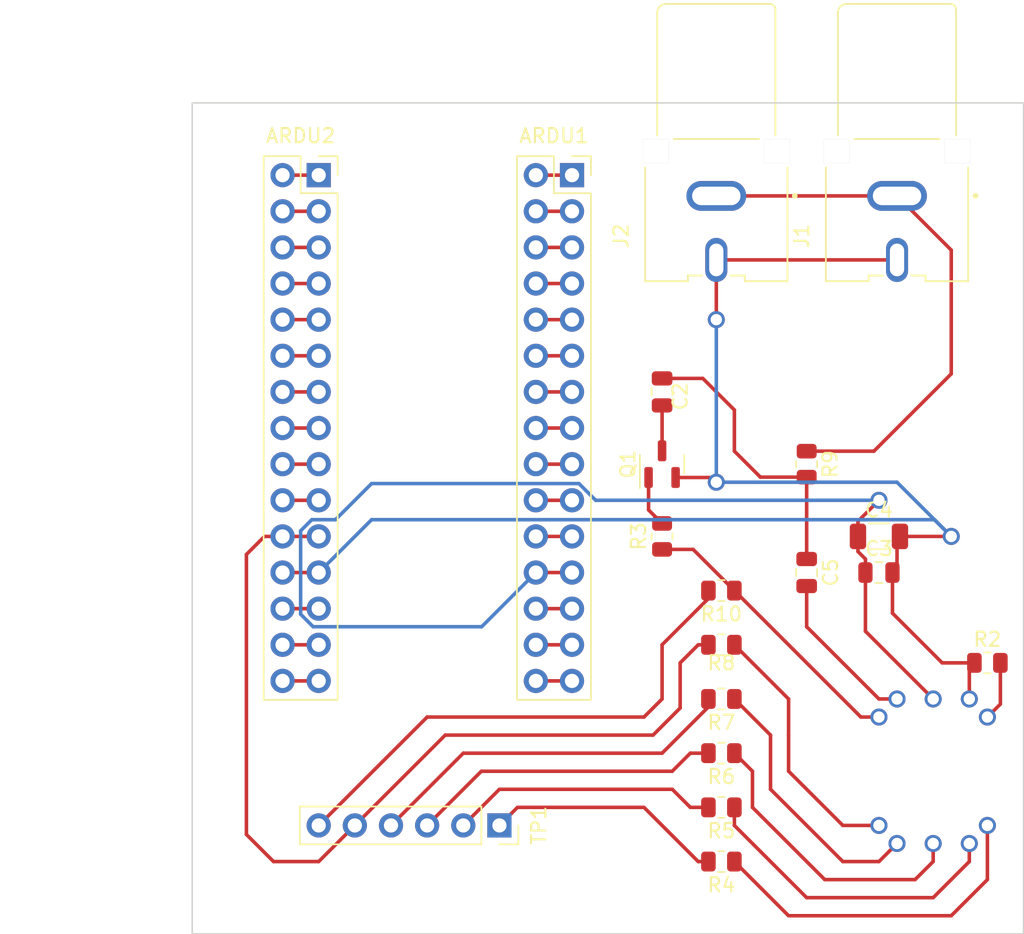
<source format=kicad_pcb>
(kicad_pcb (version 20211014) (generator pcbnew)
  (layers (0 "F.Cu" signal) (31 "B.Cu" signal) (34 "B.Paste" user) (35 "F.Paste" user) (36 "B.SilkS" user "B.Silkscreen") (37 "F.SilkS" user "F.Silkscreen") (38 "B.Mask" user) (39 "F.Mask" user) (44 "Edge.Cuts" user))
  (net 0 "")
  (net 1 "GND")
  (net 2 "Net-(C2-Pad1)")
  (net 3 "Net-(C2-Pad2)")
  (net 4 "VCC")
  (net 5 "Net-(C5-Pad2)")
  (net 6 "Net-(J1-Pad1)")
  (net 7 "Net-(Q1-Pad1)")
  (net 8 "Net-(R2-Pad2)")
  (net 9 "Net-(R10-Pad1)")
  (net 10 "Net-(R4-Pad1)")
  (net 11 "Net-(R4-Pad2)")
  (net 12 "Net-(R5-Pad1)")
  (net 13 "Net-(R5-Pad2)")
  (net 14 "Net-(R6-Pad1)")
  (net 15 "Net-(TP1-Pad3)")
  (net 16 "Net-(R7-Pad1)")
  (net 17 "Net-(TP1-Pad4)")
  (net 18 "Net-(R8-Pad1)")
  (net 19 "Net-(R10-Pad2)")
  (net 20 "Net-(ARDU1-Pad1)")
  (net 21 "Net-(ARDU1-Pad3)")
  (net 22 "Net-(ARDU1-Pad5)")
  (net 23 "Net-(ARDU1-Pad7)")
  (net 24 "Net-(ARDU1-Pad10)")
  (net 25 "Net-(ARDU1-Pad11)")
  (net 26 "Net-(ARDU1-Pad13)")
  (net 27 "Net-(ARDU1-Pad15)")
  (net 28 "Net-(ARDU1-Pad17)")
  (net 29 "Net-(ARDU1-Pad19)")
  (net 30 "Net-(ARDU1-Pad21)")
  (net 31 "Net-(ARDU1-Pad25)")
  (net 32 "Net-(ARDU1-Pad27)")
  (net 33 "Net-(ARDU1-Pad29)")
  (net 34 "Net-(ARDU2-Pad1)")
  (net 35 "Net-(ARDU2-Pad3)")
  (net 36 "Net-(ARDU2-Pad5)")
  (net 37 "Net-(ARDU2-Pad7)")
  (net 38 "Net-(ARDU2-Pad10)")
  (net 39 "Net-(ARDU2-Pad11)")
  (net 40 "Net-(ARDU2-Pad13)")
  (net 41 "Net-(ARDU2-Pad15)")
  (net 42 "Net-(ARDU2-Pad17)")
  (net 43 "Net-(ARDU2-Pad19)")
  (net 44 "Net-(ARDU2-Pad21)")
  (net 45 "Net-(ARDU2-Pad25)")
  (net 46 "Net-(ARDU2-Pad27)")
  (net 47 "Net-(ARDU2-Pad29)")
  (footprint "Connector_PinSocket_2.54mm:PinSocket_2x15_P2.54mm_Vertical" (layer "F.Cu") (at 39.37 43.18)
    (fp_text reference "ARDU2" (at -1.27 -2.77) (layer "F.SilkS"))
    (fp_text value "Conn_02x15_Odd_Even_MountingPin")
    (fp_line (start -3.87 36.89) (end 1.33 36.89) (layer "F.SilkS") (width 0.12))
    (fp_line (start -3.87 -1.33) (end -1.27 -1.33) (layer "F.SilkS") (width 0.12))
    (fp_line (start -1.27 -1.33) (end -1.27 1.27) (layer "F.SilkS") (width 0.12))
    (fp_line (start -3.87 -1.33) (end -3.87 36.89) (layer "F.SilkS") (width 0.12))
    (fp_line (start 1.33 1.27) (end 1.33 36.89) (layer "F.SilkS") (width 0.12))
    (fp_line (start 1.33 -1.33) (end 1.33 0) (layer "F.SilkS") (width 0.12))
    (fp_line (start -1.27 1.27) (end 1.33 1.27) (layer "F.SilkS") (width 0.12))
    (fp_line (start 0 -1.33) (end 1.33 -1.33) (layer "F.SilkS") (width 0.12))
    (pad "1" thru_hole rect (at 0 0) (size 1.7 1.7) (drill 1) (layers *.Cu *.Mask) (net 34 "Net-(ARDU2-Pad1)"))
    (pad "2" thru_hole oval (at -2.54 0) (size 1.7 1.7) (drill 1) (layers *.Cu *.Mask) (net 34 "Net-(ARDU2-Pad1)"))
    (pad "3" thru_hole oval (at 0 2.54) (size 1.7 1.7) (drill 1) (layers *.Cu *.Mask) (net 35 "Net-(ARDU2-Pad3)"))
    (pad "4" thru_hole oval (at -2.54 2.54) (size 1.7 1.7) (drill 1) (layers *.Cu *.Mask) (net 35 "Net-(ARDU2-Pad3)"))
    (pad "5" thru_hole oval (at 0 5.08) (size 1.7 1.7) (drill 1) (layers *.Cu *.Mask) (net 36 "Net-(ARDU2-Pad5)"))
    (pad "6" thru_hole oval (at -2.54 5.08) (size 1.7 1.7) (drill 1) (layers *.Cu *.Mask) (net 36 "Net-(ARDU2-Pad5)"))
    (pad "7" thru_hole oval (at 0 7.62) (size 1.7 1.7) (drill 1) (layers *.Cu *.Mask) (net 37 "Net-(ARDU2-Pad7)"))
    (pad "8" thru_hole oval (at -2.54 7.62) (size 1.7 1.7) (drill 1) (layers *.Cu *.Mask) (net 37 "Net-(ARDU2-Pad7)"))
    (pad "9" thru_hole oval (at 0 10.16) (size 1.7 1.7) (drill 1) (layers *.Cu *.Mask) (net 38 "Net-(ARDU2-Pad10)"))
    (pad "10" thru_hole oval (at -2.54 10.16) (size 1.7 1.7) (drill 1) (layers *.Cu *.Mask) (net 38 "Net-(ARDU2-Pad10)"))
    (pad "11" thru_hole oval (at 0 12.7) (size 1.7 1.7) (drill 1) (layers *.Cu *.Mask) (net 39 "Net-(ARDU2-Pad11)"))
    (pad "12" thru_hole oval (at -2.54 12.7) (size 1.7 1.7) (drill 1) (layers *.Cu *.Mask) (net 39 "Net-(ARDU2-Pad11)"))
    (pad "13" thru_hole oval (at 0 15.24) (size 1.7 1.7) (drill 1) (layers *.Cu *.Mask) (net 40 "Net-(ARDU2-Pad13)"))
    (pad "14" thru_hole oval (at -2.54 15.24) (size 1.7 1.7) (drill 1) (layers *.Cu *.Mask) (net 40 "Net-(ARDU2-Pad13)"))
    (pad "15" thru_hole oval (at 0 17.78) (size 1.7 1.7) (drill 1) (layers *.Cu *.Mask) (net 41 "Net-(ARDU2-Pad15)"))
    (pad "16" thru_hole oval (at -2.54 17.78) (size 1.7 1.7) (drill 1) (layers *.Cu *.Mask) (net 41 "Net-(ARDU2-Pad15)"))
    (pad "17" thru_hole oval (at 0 20.32) (size 1.7 1.7) (drill 1) (layers *.Cu *.Mask) (net 42 "Net-(ARDU2-Pad17)"))
    (pad "18" thru_hole oval (at -2.54 20.32) (size 1.7 1.7) (drill 1) (layers *.Cu *.Mask) (net 42 "Net-(ARDU2-Pad17)"))
    (pad "19" thru_hole oval (at 0 22.86) (size 1.7 1.7) (drill 1) (layers *.Cu *.Mask) (net 43 "Net-(ARDU2-Pad19)"))
    (pad "20" thru_hole oval (at -2.54 22.86) (size 1.7 1.7) (drill 1) (layers *.Cu *.Mask) (net 43 "Net-(ARDU2-Pad19)"))
    (pad "21" thru_hole oval (at 0 25.4) (size 1.7 1.7) (drill 1) (layers *.Cu *.Mask) (net 44 "Net-(ARDU2-Pad21)"))
    (pad "22" thru_hole oval (at -2.54 25.4) (size 1.7 1.7) (drill 1) (layers *.Cu *.Mask) (net 44 "Net-(ARDU2-Pad21)"))
    (pad "23" thru_hole oval (at 0 27.94) (size 1.7 1.7) (drill 1) (layers *.Cu *.Mask) (net 1 "GND"))
    (pad "24" thru_hole oval (at -2.54 27.94) (size 1.7 1.7) (drill 1) (layers *.Cu *.Mask) (net 1 "GND"))
    (pad "25" thru_hole oval (at 0 30.48) (size 1.7 1.7) (drill 1) (layers *.Cu *.Mask) (net 45 "Net-(ARDU2-Pad25)"))
    (pad "26" thru_hole oval (at -2.54 30.48) (size 1.7 1.7) (drill 1) (layers *.Cu *.Mask) (net 45 "Net-(ARDU2-Pad25)"))
    (pad "27" thru_hole oval (at 0 33.02) (size 1.7 1.7) (drill 1) (layers *.Cu *.Mask) (net 46 "Net-(ARDU2-Pad27)"))
    (pad "28" thru_hole oval (at -2.54 33.02) (size 1.7 1.7) (drill 1) (layers *.Cu *.Mask) (net 46 "Net-(ARDU2-Pad27)"))
    (pad "29" thru_hole oval (at 0 35.56) (size 1.7 1.7) (drill 1) (layers *.Cu *.Mask) (net 47 "Net-(ARDU2-Pad29)"))
    (pad "30" thru_hole oval (at -2.54 35.56) (size 1.7 1.7) (drill 1) (layers *.Cu *.Mask) (net 47 "Net-(ARDU2-Pad29)"))
  )
  (footprint "Resistor_SMD:R_0805_2012Metric" (layer "F.Cu") (at 67.6675 87.63 180)
    (fp_text reference "R5" (at 0 -1.65) (layer "F.SilkS"))
    (fp_text value "100")
    (fp_line (start -0.227064 0.735) (end 0.227064 0.735) (layer "F.SilkS") (width 0.12))
    (fp_line (start -0.227064 -0.735) (end 0.227064 -0.735) (layer "F.SilkS") (width 0.12))
    (pad "1" smd roundrect (at -0.9125 0 180) (size 1.025 1.4) (layers "F.Cu" "F.Paste" "F.Mask") (roundrect_rratio 0.243902) (net 12 "Net-(R5-Pad1)"))
    (pad "2" smd roundrect (at 0.9125 0 180) (size 1.025 1.4) (layers "F.Cu" "F.Paste" "F.Mask") (roundrect_rratio 0.243902) (net 13 "Net-(R5-Pad2)"))
  )
  (footprint "Package_TO_SOT_SMD:SOT-23" (layer "F.Cu") (at 63.5 63.5 90)
    (fp_text reference "Q1" (at 0 -2.4 90) (layer "F.SilkS"))
    (fp_text value "MMBT3904")
    (fp_line (start 0 -1.56) (end 0.65 -1.56) (layer "F.SilkS") (width 0.12))
    (fp_line (start 0 1.56) (end 0.65 1.56) (layer "F.SilkS") (width 0.12))
    (fp_line (start 0 -1.56) (end -1.675 -1.56) (layer "F.SilkS") (width 0.12))
    (fp_line (start 0 1.56) (end -0.65 1.56) (layer "F.SilkS") (width 0.12))
    (pad "1" smd roundrect (at -0.9375 -0.95 90) (size 1.475 0.6) (layers "F.Cu" "F.Paste" "F.Mask") (net 7 "Net-(Q1-Pad1)"))
    (pad "2" smd roundrect (at -0.9375 0.95 90) (size 1.475 0.6) (layers "F.Cu" "F.Paste" "F.Mask") (net 1 "GND"))
    (pad "3" smd roundrect (at 0.9375 0 90) (size 1.475 0.6) (layers "F.Cu" "F.Paste" "F.Mask") (net 3 "Net-(C2-Pad2)"))
  )
  (footprint "RCJ-041:CUI_RCJ-041" (layer "F.Cu") (at 80.01 40.64 90)
    (fp_text reference "J1" (at -6.81755 -6.68944 90) (layer "F.SilkS") (effects (font (size 1.008205 1.008205))))
    (fp_text value "Conn_Coaxial")
    (fp_line (start 9.11 4.15) (end 0.25 4.15) (layer "F.SilkS") (width 0.127))
    (fp_line (start -9.6 -2) (end -10 -2) (layer "F.SilkS") (width 0.127))
    (fp_line (start -10 5) (end -2 5) (layer "F.SilkS") (width 0.127))
    (fp_line (start 0.25 -4.15) (end 8.89 -4.15) (layer "F.SilkS") (width 0.127))
    (fp_line (start 9.5 -3.54) (end 9.5 3.76) (layer "F.SilkS") (width 0.127))
    (fp_line (start -9.6 2) (end -9.6 1) (layer "F.SilkS") (width 0.127))
    (fp_line (start -10 -2) (end -10 -5) (layer "F.SilkS") (width 0.127))
    (fp_line (start -9.6 -1) (end -9.6 -2) (layer "F.SilkS") (width 0.127))
    (fp_line (start -10 -5) (end -2 -5) (layer "F.SilkS") (width 0.127))
    (fp_line (start -10 5) (end -10 2) (layer "F.SilkS") (width 0.127))
    (fp_line (start 0 3) (end 0 -3) (layer "F.SilkS") (width 0.127))
    (fp_line (start -10 2) (end -9.6 2) (layer "F.SilkS") (width 0.127))
    (fp_arc (start 8.89 -4.15) (mid 9.321335 -3.971335) (end 9.5 -3.54) (layer "F.SilkS") (width 0.127))
    (fp_arc (start 9.5 3.76) (mid 9.385772 4.035772) (end 9.11 4.15) (layer "F.SilkS") (width 0.127))
    (fp_circle (center -3.99 5.513) (end -3.89 5.513) (layer "F.SilkS") (width 0.2) (fill none))
    (fp_line (start -1.7 3.35) (end -1.7 5.15) (layer "Edge.Cuts") (width 0.01))
    (fp_line (start -1.7 -5.15) (end -1.7 -3.35) (layer "Edge.Cuts") (width 0.01))
    (fp_line (start 0 5.15) (end 0 3.35) (layer "Edge.Cuts") (width 0.01))
    (fp_line (start 0 3.35) (end -1.7 3.35) (layer "Edge.Cuts") (width 0.01))
    (fp_line (start -1.7 -3.35) (end 0 -3.35) (layer "Edge.Cuts") (width 0.01))
    (fp_line (start -1.7 5.15) (end 0 5.15) (layer "Edge.Cuts") (width 0.01))
    (fp_line (start 0 -3.35) (end 0 -5.15) (layer "Edge.Cuts") (width 0.01))
    (fp_line (start 0 -5.15) (end -1.7 -5.15) (layer "Edge.Cuts") (width 0.01))
    (pad "1" thru_hole oval locked (at -4 0 90) (size 2.1 4.2) (drill oval 1.3 3.4) (layers *.Cu *.Mask) (net 6 "Net-(J1-Pad1)"))
    (pad "2" thru_hole oval locked (at -8.5 0 90) (size 3.1 1.55) (drill oval 2.3 1) (layers *.Cu *.Mask) (net 1 "GND"))
  )
  (footprint "Capacitor_SMD:C_0805_2012Metric" (layer "F.Cu") (at 73.66 71.12 -90)
    (fp_text reference "C5" (at 0 -1.68 -270) (layer "F.SilkS"))
    (fp_text value "0.1µF")
    (fp_line (start -0.261252 -0.735) (end 0.261252 -0.735) (layer "F.SilkS") (width 0.12))
    (fp_line (start -0.261252 0.735) (end 0.261252 0.735) (layer "F.SilkS") (width 0.12))
    (pad "1" smd roundrect (at -0.95 0 270) (size 1 1.45) (layers "F.Cu" "F.Paste" "F.Mask") (net 2 "Net-(C2-Pad1)"))
    (pad "2" smd roundrect (at 0.95 0 270) (size 1 1.45) (layers "F.Cu" "F.Paste" "F.Mask") (net 5 "Net-(C5-Pad2)"))
  )
  (footprint "Resistor_SMD:R_0805_2012Metric" (layer "F.Cu") (at 86.36 77.47)
    (fp_text reference "R2" (at 0 -1.65) (layer "F.SilkS"))
    (fp_text value "10k")
    (fp_line (start -0.227064 -0.735) (end 0.227064 -0.735) (layer "F.SilkS") (width 0.12))
    (fp_line (start -0.227064 0.735) (end 0.227064 0.735) (layer "F.SilkS") (width 0.12))
    (pad "1" smd roundrect (at -0.9125 0) (size 1.025 1.4) (layers "F.Cu" "F.Paste" "F.Mask") (roundrect_rratio 0.243902) (net 1 "GND"))
    (pad "2" smd roundrect (at 0.9125 0) (size 1.025 1.4) (layers "F.Cu" "F.Paste" "F.Mask") (roundrect_rratio 0.243902) (net 8 "Net-(R2-Pad2)"))
  )
  (footprint "Resistor_SMD:R_0805_2012Metric" (layer "F.Cu") (at 67.6675 80.01 180)
    (fp_text reference "R7" (at 0 -1.65) (layer "F.SilkS"))
    (fp_text value "100")
    (fp_line (start -0.227064 0.735) (end 0.227064 0.735) (layer "F.SilkS") (width 0.12))
    (fp_line (start -0.227064 -0.735) (end 0.227064 -0.735) (layer "F.SilkS") (width 0.12))
    (pad "1" smd roundrect (at -0.9125 0 180) (size 1.025 1.4) (layers "F.Cu" "F.Paste" "F.Mask") (roundrect_rratio 0.243902) (net 16 "Net-(R7-Pad1)"))
    (pad "2" smd roundrect (at 0.9125 0 180) (size 1.025 1.4) (layers "F.Cu" "F.Paste" "F.Mask") (roundrect_rratio 0.243902) (net 17 "Net-(TP1-Pad4)"))
  )
  (footprint "Capacitor_SMD:C_1206_3216Metric" (layer "F.Cu") (at 78.74 68.58)
    (fp_text reference "C4" (at 0 -1.85) (layer "F.SilkS"))
    (fp_text value "10µ")
    (fp_line (start -0.711252 -0.91) (end 0.711252 -0.91) (layer "F.SilkS") (width 0.12))
    (fp_line (start -0.711252 0.91) (end 0.711252 0.91) (layer "F.SilkS") (width 0.12))
    (pad "1" smd roundrect (at -1.475 0) (size 1.15 1.8) (layers "F.Cu" "F.Paste" "F.Mask") (roundrect_rratio 0.217391) (net 4 "VCC"))
    (pad "2" smd roundrect (at 1.475 0) (size 1.15 1.8) (layers "F.Cu" "F.Paste" "F.Mask") (roundrect_rratio 0.217391) (net 1 "GND"))
  )
  (footprint "Resistor_SMD:R_0805_2012Metric" (layer "F.Cu") (at 67.6675 76.2 180)
    (fp_text reference "R8" (at 0 -1.27) (layer "F.SilkS"))
    (fp_text value "100")
    (fp_line (start -0.227064 -0.735) (end 0.227064 -0.735) (layer "F.SilkS") (width 0.12))
    (fp_line (start -0.227064 0.735) (end 0.227064 0.735) (layer "F.SilkS") (width 0.12))
    (pad "1" smd roundrect (at -0.9125 0 180) (size 1.025 1.4) (layers "F.Cu" "F.Paste" "F.Mask") (roundrect_rratio 0.243902) (net 18 "Net-(R8-Pad1)"))
    (pad "2" smd roundrect (at 0.9125 0 180) (size 1.025 1.4) (layers "F.Cu" "F.Paste" "F.Mask") (roundrect_rratio 0.243902) (net 44 "Net-(ARDU2-Pad21)"))
  )
  (footprint "Resistor_SMD:R_0805_2012Metric" (layer "F.Cu") (at 63.5 68.58 90)
    (fp_text reference "R3" (at 0 -1.65 90) (layer "F.SilkS"))
    (fp_text value "10k")
    (fp_line (start -0.227064 -0.735) (end 0.227064 -0.735) (layer "F.SilkS") (width 0.12))
    (fp_line (start -0.227064 0.735) (end 0.227064 0.735) (layer "F.SilkS") (width 0.12))
    (pad "1" smd roundrect (at -0.9125 0 90) (size 1.025 1.4) (layers "F.Cu" "F.Paste" "F.Mask") (roundrect_rratio 0.243902) (net 9 "Net-(R10-Pad1)"))
    (pad "2" smd roundrect (at 0.9125 0 90) (size 1.025 1.4) (layers "F.Cu" "F.Paste" "F.Mask") (roundrect_rratio 0.243902) (net 7 "Net-(Q1-Pad1)"))
  )
  (footprint "Capacitor_SMD:C_0805_2012Metric" (layer "F.Cu") (at 63.5 58.42 -90)
    (fp_text reference "C2" (at 0.32 -1.27 90) (layer "F.SilkS"))
    (fp_text value "560pF")
    (fp_line (start -0.261252 -0.735) (end 0.261252 -0.735) (layer "F.SilkS") (width 0.12))
    (fp_line (start -0.261252 0.735) (end 0.261252 0.735) (layer "F.SilkS") (width 0.12))
    (pad "1" smd roundrect (at -0.95 0 270) (size 1 1.45) (layers "F.Cu" "F.Paste" "F.Mask") (net 2 "Net-(C2-Pad1)"))
    (pad "2" smd roundrect (at 0.95 0 270) (size 1 1.45) (layers "F.Cu" "F.Paste" "F.Mask") (net 3 "Net-(C2-Pad2)"))
  )
  (footprint "Resistor_SMD:R_0805_2012Metric" (layer "F.Cu") (at 67.6675 91.44 180)
    (fp_text reference "R4" (at 0 -1.65) (layer "F.SilkS"))
    (fp_text value "100")
    (fp_line (start -0.227064 0.735) (end 0.227064 0.735) (layer "F.SilkS") (width 0.12))
    (fp_line (start -0.227064 -0.735) (end 0.227064 -0.735) (layer "F.SilkS") (width 0.12))
    (pad "1" smd roundrect (at -0.9125 0 180) (size 1.025 1.4) (layers "F.Cu" "F.Paste" "F.Mask") (roundrect_rratio 0.243902) (net 10 "Net-(R4-Pad1)"))
    (pad "2" smd roundrect (at 0.9125 0 180) (size 1.025 1.4) (layers "F.Cu" "F.Paste" "F.Mask") (roundrect_rratio 0.243902) (net 11 "Net-(R4-Pad2)"))
  )
  (footprint "Resistor_SMD:R_0805_2012Metric" (layer "F.Cu") (at 67.6675 72.39 180)
    (fp_text reference "R10" (at 0 -1.65) (layer "F.SilkS"))
    (fp_text value "100")
    (fp_line (start -0.227064 -0.735) (end 0.227064 -0.735) (layer "F.SilkS") (width 0.12))
    (fp_line (start -0.227064 0.735) (end 0.227064 0.735) (layer "F.SilkS") (width 0.12))
    (pad "1" smd roundrect (at -0.9125 0 180) (size 1.025 1.4) (layers "F.Cu" "F.Paste" "F.Mask") (roundrect_rratio 0.243902) (net 9 "Net-(R10-Pad1)"))
    (pad "2" smd roundrect (at 0.9125 0 180) (size 1.025 1.4) (layers "F.Cu" "F.Paste" "F.Mask") (roundrect_rratio 0.243902) (net 19 "Net-(R10-Pad2)"))
  )
  (footprint "Resistor_SMD:R_0805_2012Metric" (layer "F.Cu") (at 67.6675 83.82 180)
    (fp_text reference "R6" (at 0 -1.65) (layer "F.SilkS"))
    (fp_text value "100")
    (fp_line (start -0.227064 -0.735) (end 0.227064 -0.735) (layer "F.SilkS") (width 0.12))
    (fp_line (start -0.227064 0.735) (end 0.227064 0.735) (layer "F.SilkS") (width 0.12))
    (pad "1" smd roundrect (at -0.9125 0 180) (size 1.025 1.4) (layers "F.Cu" "F.Paste" "F.Mask") (roundrect_rratio 0.243902) (net 14 "Net-(R6-Pad1)"))
    (pad "2" smd roundrect (at 0.9125 0 180) (size 1.025 1.4) (layers "F.Cu" "F.Paste" "F.Mask") (roundrect_rratio 0.243902) (net 15 "Net-(TP1-Pad3)"))
  )
  (footprint "Connector_PinSocket_2.54mm:PinSocket_1x06_P2.54mm_Vertical" (layer "F.Cu") (at 52.07 88.9 -90)
    (fp_text reference "TP1" (at 0 -2.77 90) (layer "F.SilkS"))
    (fp_text value "Conn_01x06_MountingPin")
    (fp_line (start 1.33 -1.33) (end 1.33 0) (layer "F.SilkS") (width 0.12))
    (fp_line (start -1.33 14.03) (end 1.33 14.03) (layer "F.SilkS") (width 0.12))
    (fp_line (start -1.33 1.27) (end 1.33 1.27) (layer "F.SilkS") (width 0.12))
    (fp_line (start 1.33 1.27) (end 1.33 14.03) (layer "F.SilkS") (width 0.12))
    (fp_line (start 0 -1.33) (end 1.33 -1.33) (layer "F.SilkS") (width 0.12))
    (fp_line (start -1.33 1.27) (end -1.33 14.03) (layer "F.SilkS") (width 0.12))
    (pad "1" thru_hole rect (at 0 0 270) (size 1.7 1.7) (drill 1) (layers *.Cu *.Mask) (net 11 "Net-(R4-Pad2)"))
    (pad "2" thru_hole oval (at 0 2.54 270) (size 1.7 1.7) (drill 1) (layers *.Cu *.Mask) (net 13 "Net-(R5-Pad2)"))
    (pad "3" thru_hole oval (at 0 5.08 270) (size 1.7 1.7) (drill 1) (layers *.Cu *.Mask) (net 15 "Net-(TP1-Pad3)"))
    (pad "4" thru_hole oval (at 0 7.62 270) (size 1.7 1.7) (drill 1) (layers *.Cu *.Mask) (net 17 "Net-(TP1-Pad4)"))
    (pad "5" thru_hole oval (at 0 10.16 270) (size 1.7 1.7) (drill 1) (layers *.Cu *.Mask) (net 44 "Net-(ARDU2-Pad21)"))
    (pad "6" thru_hole oval (at 0 12.7 270) (size 1.7 1.7) (drill 1) (layers *.Cu *.Mask) (net 19 "Net-(R10-Pad2)"))
  )
  (footprint "Capacitor_SMD:C_0805_2012Metric" (layer "F.Cu") (at 78.74 71.12)
    (fp_text reference "C3" (at 0 -1.68) (layer "F.SilkS"))
    (fp_text value "0.1µF")
    (fp_line (start -0.261252 -0.735) (end 0.261252 -0.735) (layer "F.SilkS") (width 0.12))
    (fp_line (start -0.261252 0.735) (end 0.261252 0.735) (layer "F.SilkS") (width 0.12))
    (pad "1" smd roundrect (at -0.95 0) (size 1 1.45) (layers "F.Cu" "F.Paste" "F.Mask") (net 4 "VCC"))
    (pad "2" smd roundrect (at 0.95 0) (size 1 1.45) (layers "F.Cu" "F.Paste" "F.Mask") (net 1 "GND"))
  )
  (footprint "RCJ-041:CUI_RCJ-041" (layer "F.Cu") (at 67.31 40.64 90)
    (fp_text reference "J2" (at -6.81755 -6.68944 90) (layer "F.SilkS") (effects (font (size 1.008205 1.008205))))
    (fp_text value "Conn_Coaxial")
    (fp_line (start 9.11 4.15) (end 0.25 4.15) (layer "F.SilkS") (width 0.127))
    (fp_line (start -10 5) (end -10 2) (layer "F.SilkS") (width 0.127))
    (fp_line (start -9.6 -2) (end -10 -2) (layer "F.SilkS") (width 0.127))
    (fp_line (start 0.25 -4.15) (end 8.89 -4.15) (layer "F.SilkS") (width 0.127))
    (fp_line (start -10 -2) (end -10 -5) (layer "F.SilkS") (width 0.127))
    (fp_line (start 9.5 -3.54) (end 9.5 3.76) (layer "F.SilkS") (width 0.127))
    (fp_line (start -9.6 -1) (end -9.6 -2) (layer "F.SilkS") (width 0.127))
    (fp_line (start -10 -5) (end -2 -5) (layer "F.SilkS") (width 0.127))
    (fp_line (start -10 2) (end -9.6 2) (layer "F.SilkS") (width 0.127))
    (fp_line (start -10 5) (end -2 5) (layer "F.SilkS") (width 0.127))
    (fp_line (start -9.6 2) (end -9.6 1) (layer "F.SilkS") (width 0.127))
    (fp_line (start 0 3) (end 0 -3) (layer "F.SilkS") (width 0.127))
    (fp_arc (start 8.89 -4.15) (mid 9.321335 -3.971335) (end 9.5 -3.54) (layer "F.SilkS") (width 0.127))
    (fp_arc (start 9.5 3.76) (mid 9.385772 4.035772) (end 9.11 4.15) (layer "F.SilkS") (width 0.127))
    (fp_circle (center -3.99 5.513) (end -3.89 5.513) (layer "F.SilkS") (width 0.2) (fill none))
    (fp_line (start 0 -5.15) (end -1.7 -5.15) (layer "Edge.Cuts") (width 0.01))
    (fp_line (start 0 -3.35) (end 0 -5.15) (layer "Edge.Cuts") (width 0.01))
    (fp_line (start -1.7 5.15) (end 0 5.15) (layer "Edge.Cuts") (width 0.01))
    (fp_line (start -1.7 -5.15) (end -1.7 -3.35) (layer "Edge.Cuts") (width 0.01))
    (fp_line (start 0 3.35) (end -1.7 3.35) (layer "Edge.Cuts") (width 0.01))
    (fp_line (start -1.7 3.35) (end -1.7 5.15) (layer "Edge.Cuts") (width 0.01))
    (fp_line (start 0 5.15) (end 0 3.35) (layer "Edge.Cuts") (width 0.01))
    (fp_line (start -1.7 -3.35) (end 0 -3.35) (layer "Edge.Cuts") (width 0.01))
    (pad "1" thru_hole oval locked (at -4 0 90) (size 2.1 4.2) (drill oval 1.3 3.4) (layers *.Cu *.Mask) (net 6 "Net-(J1-Pad1)"))
    (pad "2" thru_hole oval locked (at -8.5 0 90) (size 3.1 1.55) (drill oval 2.3 1) (layers *.Cu *.Mask) (net 1 "GND"))
  )
  (footprint "Resistor_SMD:R_0805_2012Metric" (layer "F.Cu") (at 73.66 63.5 -90)
    (fp_text reference "R9" (at 0 -1.65 90) (layer "F.SilkS"))
    (fp_text value "100")
    (fp_line (start -0.227064 -0.735) (end 0.227064 -0.735) (layer "F.SilkS") (width 0.12))
    (fp_line (start -0.227064 0.735) (end 0.227064 0.735) (layer "F.SilkS") (width 0.12))
    (pad "1" smd roundrect (at -0.9125 0 270) (size 1.025 1.4) (layers "F.Cu" "F.Paste" "F.Mask") (roundrect_rratio 0.243902) (net 6 "Net-(J1-Pad1)"))
    (pad "2" smd roundrect (at 0.9125 0 270) (size 1.025 1.4) (layers "F.Cu" "F.Paste" "F.Mask") (roundrect_rratio 0.243902) (net 2 "Net-(C2-Pad1)"))
  )
  (footprint "Connector_PinSocket_2.54mm:PinSocket_2x15_P2.54mm_Vertical" (layer "F.Cu") (at 57.17 43.18)
    (fp_text reference "ARDU1" (at -1.27 -2.77) (layer "F.SilkS"))
    (fp_text value "Conn_02x15_Odd_Even_MountingPin")
    (fp_line (start -3.87 -1.33) (end -1.27 -1.33) (layer "F.SilkS") (width 0.12))
    (fp_line (start -1.27 1.27) (end 1.33 1.27) (layer "F.SilkS") (width 0.12))
    (fp_line (start -3.87 36.89) (end 1.33 36.89) (layer "F.SilkS") (width 0.12))
    (fp_line (start 0 -1.33) (end 1.33 -1.33) (layer "F.SilkS") (width 0.12))
    (fp_line (start 1.33 -1.33) (end 1.33 0) (layer "F.SilkS") (width 0.12))
    (fp_line (start 1.33 1.27) (end 1.33 36.89) (layer "F.SilkS") (width 0.12))
    (fp_line (start -1.27 -1.33) (end -1.27 1.27) (layer "F.SilkS") (width 0.12))
    (fp_line (start -3.87 -1.33) (end -3.87 36.89) (layer "F.SilkS") (width 0.12))
    (pad "1" thru_hole rect (at 0 0) (size 1.7 1.7) (drill 1) (layers *.Cu *.Mask) (net 20 "Net-(ARDU1-Pad1)"))
    (pad "2" thru_hole oval (at -2.54 0) (size 1.7 1.7) (drill 1) (layers *.Cu *.Mask) (net 20 "Net-(ARDU1-Pad1)"))
    (pad "3" thru_hole oval (at 0 2.54) (size 1.7 1.7) (drill 1) (layers *.Cu *.Mask) (net 21 "Net-(ARDU1-Pad3)"))
    (pad "4" thru_hole oval (at -2.54 2.54) (size 1.7 1.7) (drill 1) (layers *.Cu *.Mask) (net 21 "Net-(ARDU1-Pad3)"))
    (pad "5" thru_hole oval (at 0 5.08) (size 1.7 1.7) (drill 1) (layers *.Cu *.Mask) (net 22 "Net-(ARDU1-Pad5)"))
    (pad "6" thru_hole oval (at -2.54 5.08) (size 1.7 1.7) (drill 1) (layers *.Cu *.Mask) (net 22 "Net-(ARDU1-Pad5)"))
    (pad "7" thru_hole oval (at 0 7.62) (size 1.7 1.7) (drill 1) (layers *.Cu *.Mask) (net 23 "Net-(ARDU1-Pad7)"))
    (pad "8" thru_hole oval (at -2.54 7.62) (size 1.7 1.7) (drill 1) (layers *.Cu *.Mask) (net 23 "Net-(ARDU1-Pad7)"))
    (pad "9" thru_hole oval (at 0 10.16) (size 1.7 1.7) (drill 1) (layers *.Cu *.Mask) (net 24 "Net-(ARDU1-Pad10)"))
    (pad "10" thru_hole oval (at -2.54 10.16) (size 1.7 1.7) (drill 1) (layers *.Cu *.Mask) (net 24 "Net-(ARDU1-Pad10)"))
    (pad "11" thru_hole oval (at 0 12.7) (size 1.7 1.7) (drill 1) (layers *.Cu *.Mask) (net 25 "Net-(ARDU1-Pad11)"))
    (pad "12" thru_hole oval (at -2.54 12.7) (size 1.7 1.7) (drill 1) (layers *.Cu *.Mask) (net 25 "Net-(ARDU1-Pad11)"))
    (pad "13" thru_hole oval (at 0 15.24) (size 1.7 1.7) (drill 1) (layers *.Cu *.Mask) (net 26 "Net-(ARDU1-Pad13)"))
    (pad "14" thru_hole oval (at -2.54 15.24) (size 1.7 1.7) (drill 1) (layers *.Cu *.Mask) (net 26 "Net-(ARDU1-Pad13)"))
    (pad "15" thru_hole oval (at 0 17.78) (size 1.7 1.7) (drill 1) (layers *.Cu *.Mask) (net 27 "Net-(ARDU1-Pad15)"))
    (pad "16" thru_hole oval (at -2.54 17.78) (size 1.7 1.7) (drill 1) (layers *.Cu *.Mask) (net 27 "Net-(ARDU1-Pad15)"))
    (pad "17" thru_hole oval (at 0 20.32) (size 1.7 1.7) (drill 1) (layers *.Cu *.Mask) (net 28 "Net-(ARDU1-Pad17)"))
    (pad "18" thru_hole oval (at -2.54 20.32) (size 1.7 1.7) (drill 1) (layers *.Cu *.Mask) (net 28 "Net-(ARDU1-Pad17)"))
    (pad "19" thru_hole oval (at 0 22.86) (size 1.7 1.7) (drill 1) (layers *.Cu *.Mask) (net 29 "Net-(ARDU1-Pad19)"))
    (pad "20" thru_hole oval (at -2.54 22.86) (size 1.7 1.7) (drill 1) (layers *.Cu *.Mask) (net 29 "Net-(ARDU1-Pad19)"))
    (pad "21" thru_hole oval (at 0 25.4) (size 1.7 1.7) (drill 1) (layers *.Cu *.Mask) (net 30 "Net-(ARDU1-Pad21)"))
    (pad "22" thru_hole oval (at -2.54 25.4) (size 1.7 1.7) (drill 1) (layers *.Cu *.Mask) (net 30 "Net-(ARDU1-Pad21)"))
    (pad "23" thru_hole oval (at 0 27.94) (size 1.7 1.7) (drill 1) (layers *.Cu *.Mask) (net 4 "VCC"))
    (pad "24" thru_hole oval (at -2.54 27.94) (size 1.7 1.7) (drill 1) (layers *.Cu *.Mask) (net 4 "VCC"))
    (pad "25" thru_hole oval (at 0 30.48) (size 1.7 1.7) (drill 1) (layers *.Cu *.Mask) (net 31 "Net-(ARDU1-Pad25)"))
    (pad "26" thru_hole oval (at -2.54 30.48) (size 1.7 1.7) (drill 1) (layers *.Cu *.Mask) (net 31 "Net-(ARDU1-Pad25)"))
    (pad "27" thru_hole oval (at 0 33.02) (size 1.7 1.7) (drill 1) (layers *.Cu *.Mask) (net 32 "Net-(ARDU1-Pad27)"))
    (pad "28" thru_hole oval (at -2.54 33.02) (size 1.7 1.7) (drill 1) (layers *.Cu *.Mask) (net 32 "Net-(ARDU1-Pad27)"))
    (pad "29" thru_hole oval (at 0 35.56) (size 1.7 1.7) (drill 1) (layers *.Cu *.Mask) (net 33 "Net-(ARDU1-Pad29)"))
    (pad "30" thru_hole oval (at -2.54 35.56) (size 1.7 1.7) (drill 1) (layers *.Cu *.Mask) (net 33 "Net-(ARDU1-Pad29)"))
  )
  (gr_rect (start 88.9 38.1) (end 30.48 96.52) (layer "Edge.Cuts") (width 0.1) (fill none))
  (segment (start 80.01 68.785) (end 80.215 68.58) (width 0.25) (layer "F.Cu") (net 1))
  (segment (start 79.69 73.98) (end 79.69 71.12) (width 0.25) (layer "F.Cu") (net 1))
  (segment (start 85.09 77.8275) (end 85.4475 77.47) (width 0.25) (layer "F.Cu") (net 1))
  (segment (start 67.31 49.14) (end 67.31 53.34) (width 0.25) (layer "F.Cu") (net 1))
  (segment (start 80.01 70.8) (end 80.01 68.785) (width 0.25) (layer "F.Cu") (net 1))
  (segment (start 64.45 64.4375) (end 66.9775 64.4375) (width 0.25) (layer "F.Cu") (net 1))
  (segment (start 85.09 80.01) (end 85.09 77.8275) (width 0.25) (layer "F.Cu") (net 1))
  (segment (start 66.9775 64.4375) (end 67.31 64.77) (width 0.25) (layer "F.Cu") (net 1))
  (segment (start 79.69 71.12) (end 80.01 70.8) (width 0.25) (layer "F.Cu") (net 1))
  (segment (start 36.83 71.12) (end 39.37 71.12) (width 0.25) (layer "F.Cu") (net 1))
  (segment (start 80.215 68.58) (end 83.82 68.58) (width 0.25) (layer "F.Cu") (net 1))
  (segment (start 83.18 77.47) (end 85.4475 77.47) (width 0.25) (layer "F.Cu") (net 1))
  (segment (start 67.31 49.14) (end 80.01 49.14) (width 0.25) (layer "F.Cu") (net 1))
  (segment (start 79.69 73.98) (end 83.18 77.47) (width 0.25) (layer "F.Cu") (net 1))
  (via (at 83.82 68.58) (size 1.2) (drill 0.8) (layers "F.Cu" "B.Cu") (net 1))
  (via (at 67.31 64.77) (size 1.2) (drill 0.8) (layers "F.Cu" "B.Cu") (net 1))
  (via (at 67.31 53.34) (size 1.2) (drill 0.8) (layers "F.Cu" "B.Cu") (net 1))
  (via (at 85.09 80.01) (size 1.2) (drill 0.8) (layers "F.Cu" "B.Cu") (net 1))
  (segment (start 43.085 67.405) (end 39.37 71.12) (width 0.25) (layer "B.Cu") (net 1))
  (segment (start 82.645 67.405) (end 43.085 67.405) (width 0.25) (layer "B.Cu") (net 1))
  (segment (start 80.01 64.77) (end 83.82 68.58) (width 0.25) (layer "B.Cu") (net 1))
  (segment (start 83.82 68.58) (end 82.645 67.405) (width 0.25) (layer "B.Cu") (net 1))
  (segment (start 67.31 64.77) (end 80.01 64.77) (width 0.25) (layer "B.Cu") (net 1))
  (segment (start 67.31 64.77) (end 67.31 53.34) (width 0.25) (layer "B.Cu") (net 1))
  (segment (start 73.66 70.17) (end 73.66 64.4125) (width 0.25) (layer "F.Cu") (net 2))
  (segment (start 66.36 57.47) (end 68.58 59.69) (width 0.25) (layer "F.Cu") (net 2))
  (segment (start 68.58 62.5875) (end 70.405 64.4125) (width 0.25) (layer "F.Cu") (net 2))
  (segment (start 73.3025 64.77) (end 73.66 64.4125) (width 0.25) (layer "F.Cu") (net 2))
  (segment (start 70.405 64.4125) (end 73.66 64.4125) (width 0.25) (layer "F.Cu") (net 2))
  (segment (start 63.5 57.47) (end 66.36 57.47) (width 0.25) (layer "F.Cu") (net 2))
  (segment (start 68.58 59.69) (end 68.58 62.5875) (width 0.25) (layer "F.Cu") (net 2))
  (segment (start 63.5 59.37) (end 63.5 62.5625) (width 0.25) (layer "F.Cu") (net 3))
  (segment (start 77.265 69.645) (end 77.265 68.58) (width 0.25) (layer "F.Cu") (net 4))
  (segment (start 82.55 80.01) (end 77.79 75.25) (width 0.25) (layer "F.Cu") (net 4))
  (segment (start 77.79 70.17) (end 77.265 69.645) (width 0.25) (layer "F.Cu") (net 4))
  (segment (start 77.79 75.25) (end 77.79 71.12) (width 0.25) (layer "F.Cu") (net 4))
  (segment (start 77.265 67.515) (end 78.74 66.04) (width 0.25) (layer "F.Cu") (net 4))
  (segment (start 54.61 71.12) (end 57.15 71.12) (width 0.25) (layer "F.Cu") (net 4))
  (segment (start 57.15 71.12) (end 57.15 71.7375) (width 0.25) (layer "F.Cu") (net 4))
  (segment (start 77.265 68.58) (end 77.265 67.515) (width 0.25) (layer "F.Cu") (net 4))
  (segment (start 77.79 71.12) (end 77.79 70.17) (width 0.25) (layer "F.Cu") (net 4))
  (via (at 82.55 80.01) (size 1.2) (drill 0.8) (layers "F.Cu" "B.Cu") (net 4))
  (via (at 78.74 66.04) (size 1.2) (drill 0.8) (layers "F.Cu" "B.Cu") (net 4))
  (segment (start 58.831701 66.04) (end 57.656701 64.865) (width 0.25) (layer "B.Cu") (net 4))
  (segment (start 38.978299 74.93) (end 50.82 74.93) (width 0.25) (layer "B.Cu") (net 4))
  (segment (start 57.656701 64.865) (end 43.085 64.865) (width 0.25) (layer "B.Cu") (net 4))
  (segment (start 38.1 74.051701) (end 38.978299 74.93) (width 0.25) (layer "B.Cu") (net 4))
  (segment (start 78.74 66.04) (end 58.831701 66.04) (width 0.25) (layer "B.Cu") (net 4))
  (segment (start 40.545 67.405) (end 38.883299 67.405) (width 0.25) (layer "B.Cu") (net 4))
  (segment (start 43.085 64.865) (end 40.545 67.405) (width 0.25) (layer "B.Cu") (net 4))
  (segment (start 38.1 68.188299) (end 38.1 74.051701) (width 0.25) (layer "B.Cu") (net 4))
  (segment (start 50.82 74.93) (end 54.63 71.12) (width 0.25) (layer "B.Cu") (net 4))
  (segment (start 38.883299 67.405) (end 38.1 68.188299) (width 0.25) (layer "B.Cu") (net 4))
  (segment (start 73.66 72.07) (end 73.66 74.93) (width 0.25) (layer "F.Cu") (net 5))
  (segment (start 78.74 80.01) (end 80.01 80.01) (width 0.25) (layer "F.Cu") (net 5))
  (segment (start 73.66 74.93) (end 78.74 80.01) (width 0.25) (layer "F.Cu") (net 5))
  (via (at 80.01 80.01) (size 1.2) (drill 0.8) (layers "F.Cu" "B.Cu") (net 5))
  (segment (start 67.31 44.64) (end 80.01 44.64) (width 0.25) (layer "F.Cu") (net 6))
  (segment (start 78.3825 62.5875) (end 83.82 57.15) (width 0.25) (layer "F.Cu") (net 6))
  (segment (start 83.82 57.15) (end 83.82 48.45) (width 0.25) (layer "F.Cu") (net 6))
  (segment (start 83.82 48.45) (end 80.01 44.64) (width 0.25) (layer "F.Cu") (net 6))
  (segment (start 73.66 62.5875) (end 78.3825 62.5875) (width 0.25) (layer "F.Cu") (net 6))
  (segment (start 62.55 66.7175) (end 62.55 64.4375) (width 0.25) (layer "F.Cu") (net 7))
  (segment (start 63.5 67.6675) (end 62.55 66.7175) (width 0.25) (layer "F.Cu") (net 7))
  (segment (start 87.2725 80.3675) (end 87.2725 77.47) (width 0.25) (layer "F.Cu") (net 8))
  (segment (start 86.36 81.28) (end 87.2725 80.3675) (width 0.25) (layer "F.Cu") (net 8))
  (via (at 86.36 81.28) (size 1.2) (drill 0.8) (layers "F.Cu" "B.Cu") (net 8))
  (segment (start 63.5 69.4925) (end 65.6825 69.4925) (width 0.25) (layer "F.Cu") (net 9))
  (segment (start 65.6825 69.4925) (end 68.58 72.39) (width 0.25) (layer "F.Cu") (net 9))
  (segment (start 63.1425 69.85) (end 63.5 69.4925) (width 0.25) (layer "F.Cu") (net 9))
  (segment (start 68.58 72.39) (end 77.47 81.28) (width 0.25) (layer "F.Cu") (net 9))
  (segment (start 77.47 81.28) (end 78.74 81.28) (width 0.25) (layer "F.Cu") (net 9))
  (via (at 78.74 81.28) (size 1.2) (drill 0.8) (layers "F.Cu" "B.Cu") (net 9))
  (segment (start 72.39 95.25) (end 83.82 95.25) (width 0.25) (layer "F.Cu") (net 10))
  (segment (start 83.82 95.25) (end 86.36 92.71) (width 0.25) (layer "F.Cu") (net 10))
  (segment (start 86.36 92.71) (end 86.36 88.9) (width 0.25) (layer "F.Cu") (net 10))
  (segment (start 68.58 91.44) (end 72.39 95.25) (width 0.25) (layer "F.Cu") (net 10))
  (via (at 86.36 88.9) (size 1.2) (drill 0.8) (layers "F.Cu" "B.Cu") (net 10))
  (segment (start 66.755 90.885) (end 66.755 91.44) (width 0.25) (layer "F.Cu") (net 11))
  (segment (start 62.23 87.63) (end 53.34 87.63) (width 0.25) (layer "F.Cu") (net 11))
  (segment (start 66.04 91.44) (end 62.23 87.63) (width 0.25) (layer "F.Cu") (net 11))
  (segment (start 52.07 88.9) (end 53.34 87.63) (width 0.25) (layer "F.Cu") (net 11))
  (segment (start 66.04 91.44) (end 66.755 91.44) (width 0.25) (layer "F.Cu") (net 11))
  (segment (start 73.66 93.98) (end 68.58 88.9) (width 0.25) (layer "F.Cu") (net 12))
  (segment (start 85.09 91.44) (end 82.55 93.98) (width 0.25) (layer "F.Cu") (net 12))
  (segment (start 85.09 90.17) (end 85.09 91.44) (width 0.25) (layer "F.Cu") (net 12))
  (segment (start 68.58 88.9) (end 68.58 87.63) (width 0.25) (layer "F.Cu") (net 12))
  (segment (start 82.55 93.98) (end 73.66 93.98) (width 0.25) (layer "F.Cu") (net 12))
  (via (at 85.09 90.17) (size 1.2) (drill 0.8) (layers "F.Cu" "B.Cu") (net 12))
  (segment (start 64.215 86.36) (end 52.07 86.36) (width 0.25) (layer "F.Cu") (net 13))
  (segment (start 52.07 86.36) (end 49.53 88.9) (width 0.25) (layer "F.Cu") (net 13))
  (segment (start 65.485 87.63) (end 64.215 86.36) (width 0.25) (layer "F.Cu") (net 13))
  (segment (start 66.755 87.63) (end 65.485 87.63) (width 0.25) (layer "F.Cu") (net 13))
  (segment (start 82.55 91.44) (end 81.28 92.71) (width 0.25) (layer "F.Cu") (net 14))
  (segment (start 81.28 92.71) (end 74.93 92.71) (width 0.25) (layer "F.Cu") (net 14))
  (segment (start 82.55 90.17) (end 82.55 91.44) (width 0.25) (layer "F.Cu") (net 14))
  (segment (start 69.85 85.09) (end 68.58 83.82) (width 0.25) (layer "F.Cu") (net 14))
  (segment (start 69.85 87.63) (end 69.85 85.09) (width 0.25) (layer "F.Cu") (net 14))
  (segment (start 74.93 92.71) (end 69.85 87.63) (width 0.25) (layer "F.Cu") (net 14))
  (via (at 82.55 90.17) (size 1.2) (drill 0.8) (layers "F.Cu" "B.Cu") (net 14))
  (segment (start 50.8 85.09) (end 46.99 88.9) (width 0.25) (layer "F.Cu") (net 15))
  (segment (start 66.755 83.82) (end 65.485 83.82) (width 0.25) (layer "F.Cu") (net 15))
  (segment (start 64.215 85.09) (end 50.8 85.09) (width 0.25) (layer "F.Cu") (net 15))
  (segment (start 65.485 83.82) (end 64.215 85.09) (width 0.25) (layer "F.Cu") (net 15))
  (segment (start 80.01 90.17) (end 78.74 91.44) (width 0.25) (layer "F.Cu") (net 16))
  (segment (start 71.12 86.36) (end 71.12 82.55) (width 0.25) (layer "F.Cu") (net 16))
  (segment (start 76.2 91.44) (end 71.12 86.36) (width 0.25) (layer "F.Cu") (net 16))
  (segment (start 71.12 82.55) (end 68.58 80.01) (width 0.25) (layer "F.Cu") (net 16))
  (segment (start 78.74 91.44) (end 76.2 91.44) (width 0.25) (layer "F.Cu") (net 16))
  (via (at 80.01 90.17) (size 1.2) (drill 0.8) (layers "F.Cu" "B.Cu") (net 16))
  (segment (start 49.53 83.82) (end 44.45 88.9) (width 0.25) (layer "F.Cu") (net 17))
  (segment (start 63.5 83.82) (end 49.53 83.82) (width 0.25) (layer "F.Cu") (net 17))
  (segment (start 66.755 80.01) (end 66.755 80.565) (width 0.25) (layer "F.Cu") (net 17))
  (segment (start 66.755 80.565) (end 63.5 83.82) (width 0.25) (layer "F.Cu") (net 17))
  (segment (start 76.2 88.9) (end 72.39 85.09) (width 0.25) (layer "F.Cu") (net 18))
  (segment (start 68.58 76.2) (end 69.85 77.47) (width 0.25) (layer "F.Cu") (net 18))
  (segment (start 72.39 80.01) (end 69.85 77.47) (width 0.25) (layer "F.Cu") (net 18))
  (segment (start 72.39 85.09) (end 72.39 82.55) (width 0.25) (layer "F.Cu") (net 18))
  (segment (start 68.92 75.86) (end 68.58 76.2) (width 0.25) (layer "F.Cu") (net 18))
  (segment (start 78.74 88.9) (end 76.2 88.9) (width 0.25) (layer "F.Cu") (net 18))
  (segment (start 72.39 82.55) (end 72.39 80.01) (width 0.25) (layer "F.Cu") (net 18))
  (via (at 78.74 88.9) (size 1.2) (drill 0.8) (layers "F.Cu" "B.Cu") (net 18))
  (segment (start 63.5 76.2) (end 63.5 80.01) (width 0.25) (layer "F.Cu") (net 19))
  (segment (start 66.755 72.39) (end 66.755 72.945) (width 0.25) (layer "F.Cu") (net 19))
  (segment (start 63.5 80.01) (end 62.23 81.28) (width 0.25) (layer "F.Cu") (net 19))
  (segment (start 46.99 81.28) (end 39.37 88.9) (width 0.25) (layer "F.Cu") (net 19))
  (segment (start 62.23 81.28) (end 46.99 81.28) (width 0.25) (layer "F.Cu") (net 19))
  (segment (start 66.755 72.945) (end 63.5 76.2) (width 0.25) (layer "F.Cu") (net 19))
  (segment (start 54.61 43.18) (end 57.15 43.18) (width 0.25) (layer "F.Cu") (net 20))
  (segment (start 57.15 45.72) (end 54.61 45.72) (width 0.25) (layer "F.Cu") (net 21))
  (segment (start 54.61 48.26) (end 57.15 48.26) (width 0.25) (layer "F.Cu") (net 22))
  (segment (start 57.15 50.8) (end 54.61 50.8) (width 0.25) (layer "F.Cu") (net 23))
  (segment (start 54.61 53.34) (end 57.15 53.34) (width 0.25) (layer "F.Cu") (net 24))
  (segment (start 57.15 55.88) (end 54.61 55.88) (width 0.25) (layer "F.Cu") (net 25))
  (segment (start 54.61 58.42) (end 57.15 58.42) (width 0.25) (layer "F.Cu") (net 26))
  (segment (start 54.61 60.96) (end 57.15 60.96) (width 0.25) (layer "F.Cu") (net 27))
  (segment (start 57.15 63.5) (end 54.61 63.5) (width 0.25) (layer "F.Cu") (net 28))
  (segment (start 54.61 66.04) (end 57.15 66.04) (width 0.25) (layer "F.Cu") (net 29))
  (segment (start 57.15 68.58) (end 54.61 68.58) (width 0.25) (layer "F.Cu") (net 30))
  (segment (start 57.15 73.66) (end 54.61 73.66) (width 0.25) (layer "F.Cu") (net 31))
  (segment (start 54.61 76.2) (end 57.15 76.2) (width 0.25) (layer "F.Cu") (net 32))
  (segment (start 57.15 78.74) (end 54.61 78.74) (width 0.25) (layer "F.Cu") (net 33))
  (segment (start 36.83 43.18) (end 39.37 43.18) (width 0.25) (layer "F.Cu") (net 34))
  (segment (start 39.37 45.72) (end 36.83 45.72) (width 0.25) (layer "F.Cu") (net 35))
  (segment (start 36.83 48.26) (end 39.37 48.26) (width 0.25) (layer "F.Cu") (net 36))
  (segment (start 39.37 50.8) (end 36.83 50.8) (width 0.25) (layer "F.Cu") (net 37))
  (segment (start 36.83 53.34) (end 39.37 53.34) (width 0.25) (layer "F.Cu") (net 38))
  (segment (start 39.37 55.88) (end 36.83 55.88) (width 0.25) (layer "F.Cu") (net 39))
  (segment (start 36.83 58.42) (end 39.37 58.42) (width 0.25) (layer "F.Cu") (net 40))
  (segment (start 36.83 60.96) (end 39.37 60.96) (width 0.25) (layer "F.Cu") (net 41))
  (segment (start 39.37 63.5) (end 36.83 63.5) (width 0.25) (layer "F.Cu") (net 42))
  (segment (start 36.83 66.04) (end 39.37 66.04) (width 0.25) (layer "F.Cu") (net 43))
  (segment (start 41.91 88.9) (end 39.37 91.44) (width 0.25) (layer "F.Cu") (net 44))
  (segment (start 34.29 69.85) (end 35.56 68.58) (width 0.25) (layer "F.Cu") (net 44))
  (segment (start 48.26 82.55) (end 41.91 88.9) (width 0.25) (layer "F.Cu") (net 44))
  (segment (start 64.77 77.47) (end 64.77 80.645) (width 0.25) (layer "F.Cu") (net 44))
  (segment (start 36.195 91.44) (end 34.29 89.535) (width 0.25) (layer "F.Cu") (net 44))
  (segment (start 66.755 76.2) (end 66.04 76.2) (width 0.25) (layer "F.Cu") (net 44))
  (segment (start 35.56 68.58) (end 36.83 68.58) (width 0.25) (layer "F.Cu") (net 44))
  (segment (start 62.865 82.55) (end 48.26 82.55) (width 0.25) (layer "F.Cu") (net 44))
  (segment (start 39.37 68.58) (end 36.83 68.58) (width 0.25) (layer "F.Cu") (net 44))
  (segment (start 34.29 89.535) (end 34.29 69.85) (width 0.25) (layer "F.Cu") (net 44))
  (segment (start 39.37 91.44) (end 36.195 91.44) (width 0.25) (layer "F.Cu") (net 44))
  (segment (start 66.04 76.2) (end 64.77 77.47) (width 0.25) (layer "F.Cu") (net 44))
  (segment (start 64.77 80.645) (end 62.865 82.55) (width 0.25) (layer "F.Cu") (net 44))
  (segment (start 39.37 73.66) (end 36.83 73.66) (width 0.25) (layer "F.Cu") (net 45))
  (segment (start 36.83 76.2) (end 39.37 76.2) (width 0.25) (layer "F.Cu") (net 46))
  (segment (start 39.37 78.74) (end 36.83 78.74) (width 0.25) (layer "F.Cu") (net 47))
)
</source>
